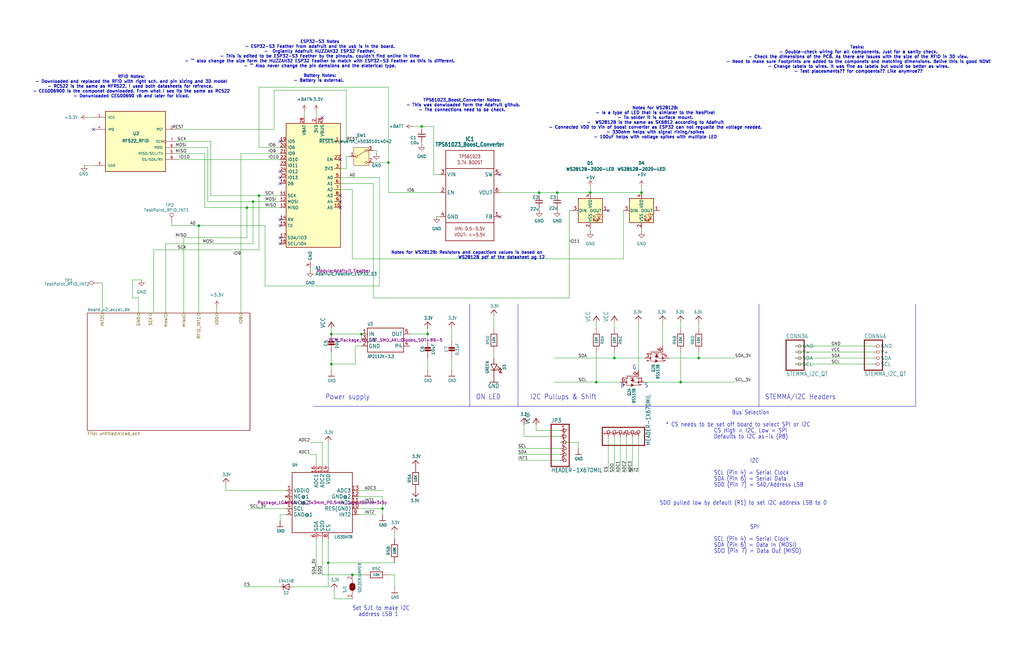
<source format=kicad_sch>
(kicad_sch (version 20250114) (generator "eeschema") (generator_version "9.0")
  (paper "B")
  (title_block (title "Illumi-not-i Bike Safety System") (date "2025-10-27") (rev "7") (company "Portland State University") (comment 1 "ECE411_Team 1_ A-Team"))
  (text "Tasks: \n- Double-check wiring for all components. Just for a sanity check.\n- Check the dimensions of the PCB. As there are issues with the size of the RFID in 3D view.\n- Need to make sure Footprints are added to the componets and matching dimensions. Belive this is good NOW!\n- Change labels to wires. It was fine as labels but would be better as wires.\n- Test placesments?? for compoents?? Like anymroe??\n\n\n" (at 361.95 27.178 0) (effects (font (size 1.27 1.27) (thickness 0.254) (bold yes))))
  (text "SDO (Pin 7) = Data Out (MISO)" (at 300.99 233.68 0) (effects (font (size 1.778 1.5113)) (justify left bottom)))
  (text "* CS needs to be set off board to select SPI or I2C" (at 280.67 180.34 0) (effects (font (size 1.778 1.5113)) (justify left bottom)))
  (text "Power supply" (at 137.16 168.91 0) (effects (font (size 2.1844 1.8567)) (justify left bottom)))
  (text "ON LED" (at 200.66 168.91 0) (effects (font (size 2.1844 1.8567)) (justify left bottom)))
  (text "STEMMA/I2C Headers" (at 322.58 168.91 0) (effects (font (size 2.1844 1.8567)) (justify left bottom)))
  (text "SDA (Pin 6) = Data In (MOSI)" (at 300.99 231.14 0) (effects (font (size 1.778 1.5113)) (justify left bottom)))
  (text "SCL (Pin 4) = Serial Clock" (at 300.99 228.6 0) (effects (font (size 1.778 1.5113)) (justify left bottom)))
  (text "address LSB 1" (at 151.13 260.35 0) (effects (font (size 1.778 1.5113)) (justify left bottom)))
  (text "S" (at 271.78 163.83 0) (effects (font (size 1.778 1.5113)) (justify left bottom)))
  (text "SPI" (at 316.23 223.52 0) (effects (font (size 1.778 1.5113)) (justify left bottom)))
  (text "SD0 (Pin 7) = SA0/Address LSB" (at 300.99 205.74 0) (effects (font (size 1.778 1.5113)) (justify left bottom)))
  (text "G" (at 266.7 156.21 0) (effects (font (size 1.778 1.5113)) (justify left bottom)))
  (text "ESP32-S3 Notes\n- ESP32-S3 Feather from adafruit and the usb is in the board.\n-  Orgianlly Adafruit HUZZAH32 ESP32 Feather.\n- This is edited to be ESP32-S3 Feather by the pinouts. couldn't find online in time\n- ^^ also change the size form the HUZZAH32 ESP32 Feather to match with ESP32-S3 Feather as this is different.\n- ^^ Also never change the pin demsions and the eleterical type.\n\nBattery Notes:\n- Battery is external. \n" (at 134.874 25.908 0) (effects (font (size 1.27 1.27) (thickness 0.254) (bold yes))))
  (text "SDO pulled low by default (R1) to set I2C address LSB to 0" (at 278.13 213.36 0) (effects (font (size 1.778 1.5113)) (justify left bottom)))
  (text "TPS61023_Boost_Converter Notes: \n- This was donwloaded form the Adafruit github.\n- The connections need to be check. " (at 195.326 44.45 0) (effects (font (size 1.27 1.27) (thickness 0.254) (bold yes))))
  (text "Notes for WS2812B:\n- Is a type of LED that is simialer to the NeoPixel\n- To solder it is surface mount.\n-  WS2812B is the same as SK6812 according to Adafruit\n- Connected VDD to Vin of boost converter as ESP32 can not regualte the votlage needed.\n- 330ohm helps with signal rining/spikes\n- 100uF helps with votlage spikes with multiple LED" (at 276.352 51.816 0) (effects (font (size 1.27 1.27) (thickness 0.254) (bold yes))))
  (text "Defaults to I2C as-is (R8)" (at 300.99 185.42 0) (effects (font (size 1.778 1.5113)) (justify left bottom)))
  (text "Set SJ1 to make I2C" (at 148.59 257.81 0) (effects (font (size 1.778 1.5113)) (justify left bottom)))
  (text "SDA (Pin 6) = Serial Data" (at 300.99 203.2 0) (effects (font (size 1.778 1.5113)) (justify left bottom)))
  (text "Bus Selection" (at 308.61 175.26 0) (effects (font (size 1.778 1.5113)) (justify left bottom)))
  (text "I2C Pullups & Shift" (at 223.52 168.91 0) (effects (font (size 2.1844 1.8567)) (justify left bottom)))
  (text "D" (at 261.62 163.83 0) (effects (font (size 1.778 1.5113)) (justify left bottom)))
  (text "SCL (Pin 4) = Serial Clock" (at 300.99 200.66 0) (effects (font (size 1.778 1.5113)) (justify left bottom)))
  (text "Notes for WS2812B: Resistors and capactiors values is based on \nWS2812B pdf of the datasheet pg 12" (at 229.87 107.696 0) (effects (font (size 1.27 1.27) (thickness 0.254) (bold yes)) (justify right)))
  (text "CS High = I2C, Low = SPI" (at 300.99 182.88 0) (effects (font (size 1.778 1.5113)) (justify left bottom)))
  (text "RFID Notes:\n- Downloaded and replaced the RFID with right sch. and pin sizing and 3D model\n- RC522 is the same as MFR522. I used both datasheets for refrence. \n- CEG006900 is the componet downloaded. From what I see its the same as RC522\n- Donwnloaded CEG00690 v6 and later for kicad." (at 55.372 36.576 0) (effects (font (size 1.27 1.27) (thickness 0.254) (bold yes))))
  (text "I2C" (at 316.23 195.58 0) (effects (font (size 1.778 1.5113)) (justify left bottom)))
  (junction (at 104.14 87.63))
  (junction (at 248.92 81.28))
  (junction (at 177.8 53.34))
  (junction (at 251.46 161.29))
  (junction (at 180.34 140.97))
  (junction (at 83.82 95.25))
  (junction (at 148.59 242.57))
  (junction (at 139.7 153.67))
  (junction (at 109.22 82.55))
  (junction (at 234.95 81.28))
  (junction (at 138.43 237.49))
  (junction (at 227.33 81.28))
  (junction (at 152.4 140.97))
  (junction (at 287.02 161.29))
  (junction (at 294.64 151.13))
  (junction (at 161.29 214.63))
  (junction (at 259.08 151.13))
  (junction (at 270.51 81.28))
  (junction (at 163.83 68.58))
  (junction (at 106.68 85.09))
  (junction (at 139.7 140.97))
  (no_connect (at 118.11 59.69))
  (no_connect (at 143.51 82.55))
  (no_connect (at 118.11 95.25))
  (no_connect (at 118.11 92.71))
  (no_connect (at 118.11 74.93))
  (no_connect (at 118.11 100.33))
  (no_connect (at 118.11 102.87))
  (no_connect (at 39.37 54.61))
  (no_connect (at 143.51 67.31))
  (no_connect (at 143.51 87.63))
  (no_connect (at 135.89 49.53))
  (no_connect (at 210.82 91.44))
  (no_connect (at 256.54 88.9))
  (no_connect (at 118.11 77.47))
  (no_connect (at 118.11 72.39))
  (no_connect (at 210.82 73.66))
  (no_connect (at 143.51 85.09))
  (polyline (pts (xy 320.04 171.45) (xy 386.08 171.45)) (stroke (width 0.1524) (type solid)))
  (wire (pts (xy 163.83 81.28) (xy 163.83 68.58)))
  (wire (pts (xy 69.85 102.87) (xy 69.85 132.08)))
  (wire (pts (xy 151.13 209.55) (xy 161.29 209.55)) (stroke (width 0.1524)))
  (wire (pts (xy 43.18 119.38) (xy 41.91 119.38)))
  (wire (pts (xy 64.77 105.41) (xy 64.77 132.08)))
  (wire (pts (xy 58.42 125.73) (xy 58.42 132.08)))
  (wire (pts (xy 152.4 143.51) (xy 152.4 140.97)) (stroke (width 0.1524)))
  (wire (pts (xy 120.65 217.17) (xy 118.11 217.17)) (stroke (width 0.1524)))
  (wire (pts (xy 262.89 109.22) (xy 148.59 109.22)))
  (wire (pts (xy 74.93 64.77) (xy 86.36 64.77)))
  (wire (pts (xy 143.51 252.73) (xy 148.59 252.73)) (stroke (width 0.1524)))
  (wire (pts (xy 148.59 242.57) (xy 153.67 242.57)) (stroke (width 0.1524)))
  (wire (pts (xy 95.25 207.01) (xy 95.25 204.47)) (stroke (width 0.1524)))
  (wire (pts (xy 160.02 120.65) (xy 160.02 74.93)))
  (wire (pts (xy 83.82 95.25) (xy 111.76 95.25)))
  (wire (pts (xy 55.88 125.73) (xy 58.42 125.73)))
  (wire (pts (xy 106.68 85.09) (xy 118.11 85.09)))
  (wire (pts (xy 177.8 53.34) (xy 182.88 53.34)))
  (wire (pts (xy 266.7 184.15) (xy 266.7 199.39)) (stroke (width 0.1524)))
  (wire (pts (xy 259.08 184.15) (xy 259.08 199.39)) (stroke (width 0.1524)))
  (wire (pts (xy 157.48 68.58) (xy 163.83 68.58)))
  (wire (pts (xy 177.8 53.34) (xy 177.8 54.61)))
  (wire (pts (xy 152.4 146.05) (xy 149.86 146.05)) (stroke (width 0.1524)))
  (wire (pts (xy 118.11 247.65) (xy 102.87 247.65)) (stroke (width 0.1524)))
  (wire (pts (xy 130.81 186.69) (xy 135.89 186.69)) (stroke (width 0.1524)))
  (wire (pts (xy 74.93 62.23) (xy 87.63 62.23)))
  (wire (pts (xy 101.6 64.77) (xy 118.11 64.77)))
  (wire (pts (xy 88.9 59.69) (xy 88.9 82.55)))
  (wire (pts (xy 139.7 153.67) (xy 139.7 156.21)) (stroke (width 0.1524)))
  (wire (pts (xy 151.13 207.01) (xy 161.29 207.01)) (stroke (width 0.1524)))
  (wire (pts (xy 236.22 191.77) (xy 218.44 191.77)) (stroke (width 0.1524)))
  (wire (pts (xy 163.83 68.58) (xy 163.83 36.83)))
  (wire (pts (xy 226.06 181.61) (xy 226.06 179.07)) (stroke (width 0.1524)))
  (polyline (pts (xy 218.44 128.27) (xy 218.44 171.45)) (stroke (width 0.1524) (type solid)))
  (wire (pts (xy 259.08 148.59) (xy 259.08 151.13)) (stroke (width 0.1524)))
  (wire (pts (xy 146.05 66.04) (xy 147.32 66.04)))
  (wire (pts (xy 64.77 132.08) (xy 63.5 132.08)))
  (wire (pts (xy 261.62 161.29) (xy 251.46 161.29)) (stroke (width 0.1524)))
  (polyline (pts (xy 320.04 128.27) (xy 320.04 171.45)) (stroke (width 0.1524) (type solid)))
  (wire (pts (xy 128.27 46.99) (xy 128.27 49.53)))
  (wire (pts (xy 256.54 199.39) (xy 256.54 184.15)) (stroke (width 0.1524)))
  (wire (pts (xy 148.59 80.01) (xy 143.51 80.01)))
  (wire (pts (xy 210.82 81.28) (xy 227.33 81.28)))
  (wire (pts (xy 172.72 140.97) (xy 180.34 140.97)) (stroke (width 0.1524)))
  (wire (pts (xy 133.35 191.77) (xy 130.81 191.77)) (stroke (width 0.1524)))
  (wire (pts (xy 243.84 186.69) (xy 243.84 189.23)) (stroke (width 0.1524)))
  (wire (pts (xy 109.22 62.23) (xy 118.11 62.23)))
  (wire (pts (xy 133.35 227.33) (xy 133.35 242.57)) (stroke (width 0.1524)))
  (wire (pts (xy 173.99 53.34) (xy 177.8 53.34)))
  (wire (pts (xy 83.82 132.08) (xy 83.82 95.25)))
  (wire (pts (xy 133.35 46.99) (xy 133.35 49.53)))
  (wire (pts (xy 72.39 93.98) (xy 72.39 95.25)))
  (wire (pts (xy 72.39 95.25) (xy 83.82 95.25)))
  (wire (pts (xy 140.97 248.92) (xy 140.97 252.73)))
  (wire (pts (xy 151.13 217.17) (xy 158.75 217.17)) (stroke (width 0.1524)))
  (wire (pts (xy 251.46 148.59) (xy 251.46 161.29)) (stroke (width 0.1524)))
  (wire (pts (xy 161.29 214.63) (xy 161.29 217.17)) (stroke (width 0.1524)))
  (wire (pts (xy 180.34 140.97) (xy 180.34 138.43)) (stroke (width 0.1524)))
  (wire (pts (xy 335.28 148.59) (xy 368.3 148.59)) (stroke (width 0.1524)))
  (wire (pts (xy 39.37 49.53) (xy 36.83 49.53)))
  (wire (pts (xy 123.19 247.65) (xy 138.43 247.65)) (stroke (width 0.1524)))
  (wire (pts (xy 220.98 184.15) (xy 220.98 179.07)) (stroke (width 0.1524)))
  (wire (pts (xy 138.43 237.49) (xy 138.43 227.33)) (stroke (width 0.1524)))
  (wire (pts (xy 111.76 95.25) (xy 111.76 120.65)))
  (wire (pts (xy 120.65 214.63) (xy 105.41 214.63)) (stroke (width 0.1524)))
  (wire (pts (xy 236.22 186.69) (xy 243.84 186.69)) (stroke (width 0.1524)))
  (wire (pts (xy 115.57 38.1) (xy 146.05 38.1)))
  (wire (pts (xy 118.11 217.17) (xy 118.11 219.71)) (stroke (width 0.1524)))
  (wire (pts (xy 138.43 196.85) (xy 138.43 186.69)) (stroke (width 0.1524)))
  (wire (pts (xy 227.33 87.63) (xy 227.33 88.9)))
  (wire (pts (xy 157.48 125.73) (xy 157.48 77.47)))
  (wire (pts (xy 261.62 184.15) (xy 261.62 199.39)) (stroke (width 0.1524)))
  (wire (pts (xy 109.22 82.55) (xy 118.11 82.55)))
  (wire (pts (xy 270.51 96.52) (xy 270.51 97.79)))
  (wire (pts (xy 140.97 252.73) (xy 143.51 252.73)))
  (wire (pts (xy 146.05 71.12) (xy 146.05 66.04)))
  (wire (pts (xy 74.93 54.61) (xy 115.57 54.61)))
  (polyline (pts (xy 386.08 128.27) (xy 386.08 171.45)) (stroke (width 0.1524) (type solid)))
  (wire (pts (xy 180.34 140.97) (xy 180.34 143.51)) (stroke (width 0.1524)))
  (wire (pts (xy 138.43 247.65) (xy 138.43 237.49)) (stroke (width 0.1524)))
  (polyline (pts (xy 218.44 171.45) (xy 320.04 171.45)) (stroke (width 0.1524) (type solid)))
  (wire (pts (xy 143.51 71.12) (xy 146.05 71.12)))
  (wire (pts (xy 143.51 59.69) (xy 146.05 59.69)))
  (polyline (pts (xy 198.12 171.45) (xy 218.44 171.45)) (stroke (width 0.1524) (type solid)))
  (wire (pts (xy 259.08 138.43) (xy 259.08 135.89)) (stroke (width 0.1524)))
  (wire (pts (xy 149.86 146.05) (xy 149.86 153.67)) (stroke (width 0.1524)))
  (wire (pts (xy 248.92 78.74) (xy 248.92 81.28)))
  (wire (pts (xy 43.18 119.38) (xy 43.18 132.08)))
  (wire (pts (xy 149.86 153.67) (xy 139.7 153.67)) (stroke (width 0.1524)))
  (wire (pts (xy 163.83 81.28) (xy 185.42 81.28)))
  (wire (pts (xy 270.51 78.74) (xy 270.51 81.28)))
  (wire (pts (xy 86.36 64.77) (xy 86.36 87.63)))
  (wire (pts (xy 39.37 69.85) (xy 35.56 69.85)))
  (wire (pts (xy 88.9 82.55) (xy 109.22 82.55)))
  (wire (pts (xy 143.51 74.93) (xy 160.02 74.93)))
  (wire (pts (xy 269.24 184.15) (xy 269.24 199.39)) (stroke (width 0.1524)))
  (wire (pts (xy 240.03 125.73) (xy 157.48 125.73)))
  (wire (pts (xy 234.95 81.28) (xy 234.95 82.55)))
  (wire (pts (xy 208.28 133.35) (xy 208.28 138.43)) (stroke (width 0.1524)))
  (wire (pts (xy 248.92 96.52) (xy 248.92 97.79)))
  (wire (pts (xy 104.14 100.33) (xy 104.14 87.63)))
  (wire (pts (xy 55.88 118.11) (xy 59.69 118.11)))
  (wire (pts (xy 166.37 237.49) (xy 138.43 237.49)) (stroke (width 0.1524)))
  (wire (pts (xy 69.85 102.87) (xy 106.68 102.87)))
  (wire (pts (xy 271.78 151.13) (xy 259.08 151.13)) (stroke (width 0.1524)))
  (wire (pts (xy 91.44 129.54) (xy 91.44 132.08)))
  (wire (pts (xy 139.7 138.43) (xy 139.7 140.97)) (stroke (width 0.1524)))
  (wire (pts (xy 208.28 151.13) (xy 208.28 148.59)) (stroke (width 0.1524)))
  (wire (pts (xy 74.93 59.69) (xy 88.9 59.69)))
  (wire (pts (xy 109.22 105.41) (xy 109.22 82.55)))
  (wire (pts (xy 151.13 214.63) (xy 161.29 214.63)) (stroke (width 0.1524)))
  (wire (pts (xy 177.8 59.69) (xy 177.8 60.96)))
  (wire (pts (xy 166.37 242.57) (xy 166.37 247.65)) (stroke (width 0.1524)))
  (wire (pts (xy 279.4 146.05) (xy 279.4 135.89)) (stroke (width 0.1524)))
  (wire (pts (xy 146.05 38.1) (xy 146.05 59.69)))
  (wire (pts (xy 184.15 91.44) (xy 185.42 91.44)))
  (wire (pts (xy 182.88 53.34) (xy 182.88 73.66)))
  (wire (pts (xy 148.59 109.22) (xy 148.59 80.01)))
  (wire (pts (xy 281.94 151.13) (xy 294.64 151.13)) (stroke (width 0.1524)))
  (wire (pts (xy 227.33 81.28) (xy 227.33 82.55)))
  (wire (pts (xy 106.68 85.09) (xy 106.68 102.87)))
  (wire (pts (xy 104.14 87.63) (xy 118.11 87.63)))
  (wire (pts (xy 294.64 138.43) (xy 294.64 135.89)) (stroke (width 0.1524)))
  (wire (pts (xy 180.34 151.13) (xy 180.34 156.21)) (stroke (width 0.1524)))
  (wire (pts (xy 111.76 120.65) (xy 160.02 120.65)))
  (wire (pts (xy 133.35 196.85) (xy 133.35 191.77)) (stroke (width 0.1524)))
  (wire (pts (xy 87.63 62.23) (xy 87.63 85.09)))
  (wire (pts (xy 161.29 209.55) (xy 161.29 214.63)) (stroke (width 0.1524)))
  (wire (pts (xy 190.5 151.13) (xy 190.5 156.21)) (stroke (width 0.1524)))
  (wire (pts (xy 234.95 81.28) (xy 248.92 81.28)))
  (wire (pts (xy 251.46 161.29) (xy 233.68 161.29)) (stroke (width 0.1524)))
  (wire (pts (xy 158.75 63.5) (xy 158.75 64.77)))
  (wire (pts (xy 287.02 161.29) (xy 309.88 161.29)) (stroke (width 0.1524)))
  (wire (pts (xy 86.36 87.63) (xy 104.14 87.63)))
  (wire (pts (xy 163.83 36.83) (xy 109.22 36.83)))
  (wire (pts (xy 120.65 207.01) (xy 95.25 207.01)) (stroke (width 0.1524)))
  (wire (pts (xy 151.13 212.09) (xy 158.75 212.09)) (stroke (width 0.1524)))
  (wire (pts (xy 236.22 194.31) (xy 218.44 194.31)) (stroke (width 0.1524)))
  (wire (pts (xy 157.48 63.5) (xy 158.75 63.5)))
  (wire (pts (xy 287.02 138.43) (xy 287.02 135.89)) (stroke (width 0.1524)))
  (wire (pts (xy 190.5 138.43) (xy 190.5 143.51)) (stroke (width 0.1524)))
  (wire (pts (xy 236.22 184.15) (xy 220.98 184.15)) (stroke (width 0.1524)))
  (wire (pts (xy 259.08 151.13) (xy 233.68 151.13)) (stroke (width 0.1524)))
  (wire (pts (xy 264.16 199.39) (xy 264.16 184.15)) (stroke (width 0.1524)))
  (wire (pts (xy 55.88 118.11) (xy 55.88 125.73)))
  (wire (pts (xy 294.64 148.59) (xy 294.64 151.13)) (stroke (width 0.1524)))
  (wire (pts (xy 287.02 148.59) (xy 287.02 161.29)) (stroke (width 0.1524)))
  (wire (pts (xy 157.48 77.47) (xy 143.51 77.47)))
  (wire (pts (xy 109.22 36.83) (xy 109.22 62.23)))
  (wire (pts (xy 368.3 146.05) (xy 335.28 146.05)) (stroke (width 0.1524)))
  (polyline (pts (xy 198.12 128.27) (xy 198.12 171.45)) (stroke (width 0.1524) (type solid)))
  (wire (pts (xy 271.78 161.29) (xy 287.02 161.29)) (stroke (width 0.1524)))
  (wire (pts (xy 240.03 88.9) (xy 241.3 88.9)))
  (wire (pts (xy 236.22 181.61) (xy 226.06 181.61)) (stroke (width 0.1524)))
  (wire (pts (xy 64.77 105.41) (xy 109.22 105.41)))
  (wire (pts (xy 236.22 189.23) (xy 218.44 189.23)) (stroke (width 0.1524)))
  (wire (pts (xy 135.89 227.33) (xy 135.89 242.57)) (stroke (width 0.1524)))
  (wire (pts (xy 87.63 85.09) (xy 106.68 85.09)))
  (wire (pts (xy 294.64 151.13) (xy 309.88 151.13)) (stroke (width 0.1524)))
  (wire (pts (xy 77.47 100.33) (xy 77.47 132.08)))
  (wire (pts (xy 240.03 88.9) (xy 240.03 125.73)))
  (wire (pts (xy 74.93 67.31) (xy 118.11 67.31)))
  (wire (pts (xy 101.6 64.77) (xy 101.6 132.08)))
  (wire (pts (xy 135.89 242.57) (xy 148.59 242.57)) (stroke (width 0.1524)))
  (wire (pts (xy 251.46 135.89) (xy 251.46 138.43)) (stroke (width 0.1524)))
  (wire (pts (xy 166.37 227.33) (xy 166.37 224.79)) (stroke (width 0.1524)))
  (wire (pts (xy 368.3 151.13) (xy 335.28 151.13)) (stroke (width 0.1524)))
  (wire (pts (xy 115.57 54.61) (xy 115.57 38.1)))
  (wire (pts (xy 139.7 153.67) (xy 139.7 148.59)) (stroke (width 0.1524)))
  (wire (pts (xy 77.47 100.33) (xy 104.14 100.33)))
  (wire (pts (xy 227.33 81.28) (xy 234.95 81.28)))
  (wire (pts (xy 152.4 140.97) (xy 139.7 140.97)) (stroke (width 0.1524)))
  (wire (pts (xy 130.81 113.03) (xy 130.81 114.3)))
  (wire (pts (xy 135.89 186.69) (xy 135.89 196.85)) (stroke (width 0.1524)))
  (wire (pts (xy 269.24 156.21) (xy 269.24 135.89)) (stroke (width 0.1524)))
  (wire (pts (xy 262.89 88.9) (xy 262.89 109.22)))
  (wire (pts (xy 163.83 242.57) (xy 166.37 242.57)) (stroke (width 0.1524)))
  (wire (pts (xy 234.95 87.63) (xy 234.95 88.9)))
  (polyline (pts (xy 132.08 171.45) (xy 198.12 171.45)) (stroke (width 0.1524) (type solid)))
  (wire (pts (xy 248.92 81.28) (xy 270.51 81.28)))
  (wire (pts (xy 335.28 153.67) (xy 368.3 153.67)) (stroke (width 0.1524)))
  (wire (pts (xy 185.42 73.66) (xy 182.88 73.66)))
  (label "GND" (at 350.52 146.05 0) (effects (font (size 1.2446 1.2446))))
  (label "INT1" (at 218.44 194.31 0) (effects (font (size 1.2446 1.2446))))
  (label "INT1" (at 153.67 212.09 0) (effects (font (size 1.2446 1.2446))))
  (label "SDA" (at 350.52 151.13 0) (effects (font (size 1.2446 1.2446))))
  (label "CS" (at 102.87 247.65 0) (effects (font (size 1.2446 1.2446))))
  (label "ADC1" (at 261.62 199.39 90) (effects (font (size 1.2446 1.2446))))
  (label "SCK" (at 78.74 59.69 180))
  (label "SDA_3V" (at 133.35 242.57 90) (effects (font (size 1.2446 1.2446))))
  (label "ADC3" (at 153.67 207.01 0) (effects (font (size 1.2446 1.2446))))
  (label "REST" (at 146.05 59.69 0))
  (label "INT2" (at 153.67 217.17 0) (effects (font (size 1.2446 1.2446))))
  (label "REST" (at 77.47 54.61 180))
  (label "IO9" (at 113.03 64.77 0))
  (label "A0" (at 147.32 74.93 0))
  (label "MISO" (at 78.74 64.77 180))
  (label "SCL" (at 218.44 189.23 0) (effects (font (size 1.2446 1.2446))))
  (label "SCL_3V" (at 105.41 214.63 0) (effects (font (size 1.2446 1.2446))))
  (label "MISO" (at 78.74 100.33 180))
  (label "MISO" (at 111.76 87.63 0))
  (label "MOSI" (at 111.76 85.09 0))
  (label "SDO" (at 259.08 199.39 90) (effects (font (size 1.2446 1.2446))))
  (label "IO9" (at 101.6 107.95 180))
  (label "ADC1" (at 130.81 191.77 180) (effects (font (size 1.2446 1.2446))))
  (label "SCL_3V" (at 309.88 161.29 0) (effects (font (size 1.2446 1.2446))))
  (label "MOSI" (at 78.74 62.23 180))
  (label "SCK" (at 111.76 82.55 0))
  (label "SDA_3V" (at 309.88 151.13 0) (effects (font (size 1.2446 1.2446))))
  (label "IO6" (at 171.45 81.28 0))
  (label "ADC2" (at 130.81 186.69 180) (effects (font (size 1.2446 1.2446))))
  (label "SDA" (at 218.44 191.77 0) (effects (font (size 1.2446 1.2446))))
  (label "ADC2" (at 264.16 199.39 90) (effects (font (size 1.2446 1.2446))))
  (label "IO10" (at 113.03 67.31 0))
  (label "IO6" (at 113.03 62.23 0))
  (label "SCL" (at 243.84 161.29 0) (effects (font (size 1.2446 1.2446))))
  (label "SCL" (at 350.52 153.67 0) (effects (font (size 1.2446 1.2446))))
  (label "IO10" (at 80.01 67.31 180))
  (label "VCC" (at 350.52 148.59 0) (effects (font (size 1.2446 1.2446))))
  (label "ADC3" (at 266.7 199.39 90) (effects (font (size 1.2446 1.2446))))
  (label "SDA" (at 243.84 151.13 0) (effects (font (size 1.2446 1.2446))))
  (label "SDO" (at 135.89 242.57 90) (effects (font (size 1.2446 1.2446))))
  (label "A0" (at 82.55 95.25 180))
  (label "SCK" (at 78.74 105.41 180))
  (label "MOSI" (at 90.17 102.87 180))
  (label "IO11" (at 240.03 102.87 0))
  (label "INT2" (at 269.24 199.39 180) (effects (font (size 1.2446 1.2446))))
  (label "CS" (at 256.54 199.39 90) (effects (font (size 1.2446 1.2446))))
  (hierarchical_label "miso" (shape input) (at 77.47 132.08 270))
  (hierarchical_label "VDD" (shape bidirectional) (at 91.44 132.08 270))
  (hierarchical_label "GND" (shape bidirectional) (at 58.42 132.08 270))
  (hierarchical_label "IO9" (shape bidirectional) (at 101.6 132.08 270))
  (hierarchical_label "SCK" (shape bidirectional) (at 63.5 132.08 270))
  (hierarchical_label "RFID_INT1" (shape bidirectional) (at 83.82 132.08 270))
  (hierarchical_label "INT2" (shape input) (at 43.18 132.08 270))
  (hierarchical_label "mosi" (shape input) (at 69.85 132.08 270))
  (symbol (lib_id "Adafruit LIS3DH-eagle-import:STEMMA_I2C_QT") (at 368.3 151.13 0) (unit 1)
    (property "Reference" "CONN4" (at 364.49 142.875 0) (effects (font (size 1.778 1.5113)) (justify left bottom)))
    (property "Value" "STEMMA_I2C_QT" (at 364.49 158.75 0) (effects (font (size 1.778 1.5113)) (justify left bottom)))
    (property "Footprint" "Adafruit LIS3DH:JST_SH4" (effects (hide yes)))
  )
  (symbol (lib_id "Adafruit LIS3DH-eagle-import:HEADER-1X670MIL") (at 238.76 189.23 0) (unit 1)
    (property "Reference" "JP3" (at 232.41 178.435 0) (effects (font (size 1.778 1.5113)) (justify left bottom)))
    (property "Value" "HEADER-1X670MIL" (at 232.41 199.39 0) (effects (font (size 1.778 1.5113)) (justify left bottom)))
    (property "Footprint" "Adafruit LIS3DH:1X06_ROUND_70" (effects (hide yes)))
  )
  (symbol (lib_id "Adafruit LIS3DH-eagle-import:HEADER-1X670MIL") (at 264.16 181.61 90) (unit 1)
    (property "Reference" "JP2" (effects (hide yes)))
    (property "Value" "HEADER-1X670MIL" (at 274.32 187.96 0) (effects (font (size 1.778 1.5113)) (justify left bottom)))
    (property "Footprint" "Adafruit LIS3DH:1X06_ROUND_70" (effects (hide yes)))
  )
  (symbol (lib_id "Adafruit LIS3DH-eagle-import:DIODESOD-323") (at 120.65 247.65 180) (unit 1)
    (property "Reference" "D2" (at 120.65 250.19 0) (effects (font (size 1.27 1.0795))))
    (property "Value" "1N4148" (at 120.65 245.15 0) (effects (font (size 1.27 1.0795))))
    (property "Footprint" "PCM_LED_THT_AKL:LED_D5.0mm_Horizontal_O6.35mm_Z15.0mm" (effects (hide yes)))
  )
  (symbol (lib_id "Adafruit LIS3DH-eagle-import:CAP_CERAMIC0805-NOOUTLINE") (at 180.34 148.59 0) (unit 1)
    (property "Reference" "C6" (at 178.05 147.34 90))
    (property "Value" "10uF" (at 182.64 147.34 90))
    (property "Footprint" "Capacitor_SMD:C_1206_3216Metric_Pad1.33x1.80mm_HandSolder" (effects (hide yes)))
  )
  (symbol (lib_id "power:+3.3V") (at 36.83 49.53 90) (mirror x) (unit 1)
    (property "Reference" "#PWR013" (effects (hide yes)))
    (property "Value" "+3.3V" (at 33.02 49.5299 90) (effects (justify left)))
    (property "Description" "Power symbol creates a global label with name \"+3.3V\"" (effects (hide yes)))
  )
  (symbol (lib_id "power:GND") (at 130.81 114.3 0) (unit 1)
    (property "Reference" "#PWR01" (effects (hide yes)))
    (property "Value" "GND" (at 130.81 119.38 0))
    (property "Description" "Power symbol creates a global label with name \"GND\" , ground" (effects (hide yes)))
  )
  (symbol (lib_id "Adafruit LIS3DH-eagle-import:GND") (at 243.84 191.77 0) (unit 1)
    (property "Reference" "#U$29" (effects (hide yes)))
    (property "Value" "GND" (at 242.316 194.31 0) (effects (font (size 1.27 1.0795)) (justify left bottom)))
  )
  (symbol (lib_id "Adafruit LIS3DH-eagle-import:GND") (at 190.5 158.75 0) (unit 1)
    (property "Reference" "#U$6" (effects (hide yes)))
    (property "Value" "GND" (at 188.976 161.29 0) (effects (font (size 1.27 1.0795)) (justify left bottom)))
  )
  (symbol (lib_id "Adafruit LIS3DH-eagle-import:GND") (at 180.34 158.75 0) (unit 1)
    (property "Reference" "#U$5" (effects (hide yes)))
    (property "Value" "GND" (at 178.816 161.29 0) (effects (font (size 1.27 1.0795)) (justify left bottom)))
  )
  (symbol (lib_id "power:+5V") (at 248.92 78.74 0) (unit 1)
    (property "Reference" "#PWR016" (effects (hide yes)))
    (property "Value" "+5V" (at 248.92 74.93 0))
    (property "Description" "Power symbol creates a global label with name \"+5V\"" (effects (hide yes)))
  )
  (symbol (lib_id "Adafruit LIS3DH-eagle-import:3.3V") (at 95.25 201.93 0) (unit 1)
    (property "Reference" "#U$11" (effects (hide yes)))
    (property "Value" "3.3V" (at 93.726 200.914 0) (effects (font (size 1.27 1.0795)) (justify left bottom)))
  )
  (symbol (lib_id "power:+5V") (at 270.51 78.74 0) (unit 1)
    (property "Reference" "#PWR07" (effects (hide yes)))
    (property "Value" "+5V" (at 270.51 73.66 0))
    (property "Description" "Power symbol creates a global label with name \"+5V\"" (effects (hide yes)))
  )
  (symbol (lib_id "MCU_Module:Adafruit_Feather_HUZZAH32_ESP32") (at 130.81 80.01 0) (unit 1)
    (property "Reference" "A1" (at 132.9533 113.03 0) (effects (justify left)))
    (property "Value" "Adafruit_Feather_ESP32_S3" (at 132.9533 115.57 0) (effects (justify left)))
    (property "Footprint" "Module:Adafruit_Feather" (at 133.35 114.3 0) (effects (justify left)))
    (property "Datasheet" "https://cdn-learn.adafruit.com/downloads/pdf/adafruit-esp32-s3-feather.pdf" (effects (hide yes)))
    (property "Description" "Microcontroller module with ESP32 MCU" (effects (hide yes)))
  )
  (symbol (lib_id "power:+BATT") (at 128.27 46.99 0) (unit 1)
    (property "Reference" "#PWR012" (effects (hide yes)))
    (property "Value" "+BATT" (at 128.27 41.91 0))
    (property "Description" "Power symbol creates a global label with name \"+BATT\"" (effects (hide yes)))
  )
  (symbol (lib_id "Connector:TestPoint") (at 41.91 119.38 90) (unit 1)
    (property "Reference" "TP1" (at 28.956 118.364 90))
    (property "Value" "TestPoint_RFID_INT2" (at 28.194 119.888 90))
    (property "Footprint" "TestPoint:TestPoint_THTPad_1.0x1.0mm_Drill0.5mm" (effects (hide yes)))
    (property "Description" "test point" (effects (hide yes)))
  )
  (symbol (lib_id "Adafruit LIS3DH-eagle-import:3.3V") (at 269.24 133.35 0) (mirror y) (unit 1)
    (property "Reference" "#U$26" (effects (hide yes)))
    (property "Value" "3.3V" (at 270.764 132.334 0) (effects (font (size 1.27 1.0795)) (justify left bottom)))
  )
  (symbol (lib_id "Adafruit LIS3DH-eagle-import:3.3V") (at 190.5 135.89 0) (unit 1)
    (property "Reference" "#U$14" (effects (hide yes)))
    (property "Value" "3.3V" (at 188.976 134.874 0) (effects (font (size 1.27 1.0795)) (justify left bottom)))
  )
  (symbol (lib_id "Adafruit LIS3DH-eagle-import:supply1_371_GND") (at 208.28 161.29 0) (unit 1)
    (property "Reference" "#GND6" (effects (hide yes)))
    (property "Value" "GND" (at 205.74 163.83 0) (effects (font (size 1.778 1.5113)) (justify left bottom)))
  )
  (symbol (lib_id "Adafruit LIS3DH-eagle-import:3.3V") (at 175.26 209.55 180) (unit 1)
    (property "Reference" "#U$10" (effects (hide yes)))
    (property "Value" "3.3V" (at 176.784 210.566 0) (effects (font (size 1.27 1.0795)) (justify left bottom)))
  )
  (symbol (lib_id "power:+3.3V") (at 91.44 129.54 0) (mirror y) (unit 1)
    (property "Reference" "#PWR014" (effects (hide yes)))
    (property "Value" "+3.3V" (at 91.44 124.46 0))
    (property "Description" "Power symbol creates a global label with name \"+3.3V\"" (effects (hide yes)))
  )
  (symbol (lib_id "LED:WS2812B-2020") (at 248.92 88.9 0) (unit 1)
    (property "Reference" "D1" (at 248.92 68.834 0) (effects (font (thickness 0.254) (bold yes))))
    (property "Value" "WS2812B-2020-LED" (at 248.92 71.374 0) (effects (font (thickness 0.254) (bold yes))))
    (property "Footprint" "Connector_PinHeader_2.54mm:PinHeader_1x03_P2.54mm_Vertical" (effects (hide yes)))
    (property "Datasheet" "https://cdn-shop.adafruit.com/product-files/4684/4684_WS2812B-2020_V1.3_EN.pdf" (effects (hide yes)))
    (property "Description" "RGB LED with integrated controller, 2.0 x 2.0 mm, 12 mA" (effects (hide yes)))
    (property "Cost Ea." "$3.00" (effects (hide yes)))
    (property "Cost Total" "$3.00" (effects (hide yes)))
    (property "MF" "Adafruit" (effects (hide yes)))
    (property "Part number" "2552" (effects (hide yes)))
  )
  (symbol (lib_id "Adafruit LIS3DH-eagle-import:3.3V") (at 220.98 176.53 0) (unit 1)
    (property "Reference" "#U$28" (effects (hide yes)))
    (property "Value" "3.3V" (at 219.456 175.514 0) (effects (font (size 1.27 1.0795)) (justify left bottom)))
  )
  (symbol (lib_id "Adafruit LIS3DH-eagle-import:3.3V") (at 287.02 133.35 0) (mirror y) (unit 1)
    (property "Reference" "#U$24" (effects (hide yes)))
    (property "Value" "3.3V" (at 288.544 132.334 0) (effects (font (size 1.27 1.0795)) (justify left bottom)))
  )
  (symbol (lib_id "Adafruit LIS3DH-eagle-import:SOLDERJUMPER") (at 148.59 247.65 90) (unit 1)
    (property "Reference" "SJ1" (at 146.05 250.19 0) (effects (font (size 1.27 1.0795)) (justify left bottom)))
    (property "Value" "SOLDERJUMPER" (at 152.4 250.19 0) (effects (font (size 1.27 1.0795)) (justify left bottom)))
    (property "Footprint" "Adafruit LIS3DH:SOLDERJUMPER_ARROW_NOPASTE" (effects (hide yes)))
  )
  (symbol (lib_id "power:GND") (at 270.51 97.79 0) (unit 1)
    (property "Reference" "#PWR015" (effects (hide yes)))
    (property "Value" "GND" (at 270.51 102.87 0))
    (property "Description" "Power symbol creates a global label with name \"GND\" , ground" (effects (hide yes)))
  )
  (symbol (lib_id "power:GND") (at 35.56 69.85 0) (mirror y) (unit 1)
    (property "Reference" "#PWR05" (effects (hide yes)))
    (property "Value" "GND" (at 35.306 73.406 0))
    (property "Description" "Power symbol creates a global label with name \"GND\" , ground" (effects (hide yes)))
  )
  (symbol (lib_id "Adafruit LIS3DH-eagle-import:RESISTOR_4PACK") (at 287.02 143.51 90) (mirror x) (unit 2)
    (property "Reference" "R6" (at 284.48 143.51 0))
    (property "Value" "10K" (at 287.02 143.51 0) (effects (font (size 1.016 1.016) (thickness 0.2032) (bold yes))))
    (property "Footprint" "Resistor_THT:R_Axial_DIN0207_L6.3mm_D2.5mm_P10.16mm_Horizontal" (effects (hide yes)))
  )
  (symbol (lib_id "power:GND") (at 59.69 118.11 0) (mirror y) (unit 1)
    (property "Reference" "#PWR04" (effects (hide yes)))
    (property "Value" "GND" (at 59.69 123.19 0))
    (property "Description" "Power symbol creates a global label with name \"GND\" , ground" (effects (hide yes)))
  )
  (symbol (lib_id "Adafruit LIS3DH-eagle-import:3.3V") (at 208.28 130.81 0) (unit 1)
    (property "Reference" "#U$3" (effects (hide yes)))
    (property "Value" "3.3V" (at 206.756 129.794 0) (effects (font (size 1.27 1.0795)) (justify left bottom)))
  )
  (symbol (lib_id "Adafruit LIS3DH-eagle-import:3.3V") (at 180.34 135.89 0) (unit 1)
    (property "Reference" "#U$15" (effects (hide yes)))
    (property "Value" "3.3V" (at 178.816 134.874 0) (effects (font (size 1.27 1.0795)) (justify left bottom)))
  )
  (symbol (lib_id "Adafruit LIS3DH-eagle-import:MOSFET-N_DUAL") (at 276.86 148.59 90) (mirror x) (unit 2)
    (property "Reference" "Q2" (at 276.225 153.67 0) (effects (font (size 1.27 1.0795)) (justify left bottom)))
    (property "Value" "BSS138" (at 278.13 153.67 0) (effects (font (size 1.27 1.0795)) (justify left bottom)))
    (property "Footprint" "Adafruit LIS3DH:SOT363" (effects (hide yes)))
  )
  (symbol (lib_id "Device:C_Small") (at 227.33 85.09 0) (unit 1)
    (property "Reference" "C2" (at 224.536 83.312 0) (effects (justify left)))
    (property "Value" "22u" (at 223.52 88.138 0) (effects (justify left)))
    (property "Footprint" "Capacitor_SMD:C_1206_3216Metric_Pad1.33x1.80mm_HandSolder" (effects (hide yes)))
    (property "Datasheet" "https://www.mouser.com/ProductDetail/KYOCERA-AVX/KGM31AR71A226MU?qs=9vOqFld9vZUITRVzMZfp1A%3D%3D" (effects (hide yes)))
    (property "Description" "Multilayer Ceramic Capacitors MLCC - SMD/SMT 10V 22uF X7R 1206 20 %" (effects (hide yes)))
    (property "Cost Ea." "$0.54" (effects (hide yes)))
    (property "Cost Total" "$1.08" (effects (hide yes)))
    (property "MF" "Mouser" (effects (hide yes)))
    (property "Part number" "581-KGM31AR71A226MU" (effects (hide yes)))
  )
  (symbol (lib_id "Adafruit LIS3DH-eagle-import:VCC") (at 259.08 133.35 0) (unit 1)
    (property "Reference" "#P+2" (effects (hide yes)))
    (property "Value" "VCC" (at 256.54 135.89 90) (effects (font (size 1.778 1.5113)) (justify left bottom)))
  )
  (symbol (lib_id "Adafruit LIS3DH-eagle-import:VCC") (at 226.06 176.53 0) (unit 1)
    (property "Reference" "#P+4" (effects (hide yes)))
    (property "Value" "VCC" (at 223.52 179.07 90) (effects (font (size 1.778 1.5113)) (justify left bottom)))
  )
  (symbol (lib_id "Adafruit LIS3DH-eagle-import:STEMMA_I2C_QT") (at 335.28 151.13 0) (unit 1)
    (property "Reference" "CONN3" (at 331.47 142.875 0) (effects (font (size 1.778 1.5113)) (justify left bottom)))
    (property "Value" "STEMMA_I2C_QT" (at 331.47 158.75 0) (effects (font (size 1.778 1.5113)) (justify left bottom)))
    (property "Footprint" "Adafruit LIS3DH:JST_SH4" (effects (hide yes)))
  )
  (symbol (lib_id "power:+3.3V") (at 133.35 46.99 0) (unit 1)
    (property "Reference" "#PWR03" (effects (hide yes)))
    (property "Value" "+3.3V" (at 133.35 41.91 0))
    (property "Description" "Power symbol creates a global label with name \"+3.3V\"" (effects (hide yes)))
  )
  (symbol (lib_id "Adafruit LIS3DH-eagle-import:3.3V") (at 175.26 194.31 0) (unit 1)
    (property "Reference" "#U$9" (effects (hide yes)))
    (property "Value" "3.3V" (at 173.736 193.294 0) (effects (font (size 1.27 1.0795)) (justify left bottom)))
  )
  (symbol (lib_id "Adafruit LIS3DH-eagle-import:CAP_CERAMIC0805-NOOUTLINE") (at 139.7 146.05 0) (unit 1)
    (property "Reference" "C5" (at 137.41 144.8 90))
    (property "Value" "10uF" (at 142 144.8 90))
    (property "Footprint" "Capacitor_SMD:C_1206_3216Metric_Pad1.33x1.80mm_HandSolder" (effects (hide yes)))
  )
  (symbol (lib_id "Switch:SW_Wuerth_450301014042") (at 152.4 66.04 0) (unit 1)
    (property "Reference" "SW1" (at 152.4 57.15 0))
    (property "Value" "SW_Wuerth_450301014042" (at 152.4 59.69 0))
    (property "Footprint" "Connector_PinHeader_2.54mm:PinHeader_1x03_P2.54mm_Vertical" (effects (hide yes)))
    (property "Datasheet" "https://www.we-online.com/components/products/datasheet/450301014042.pdf" (effects (hide yes)))
    (property "Description" "Switch slide, single pole double throw" (effects (hide yes)))
  )
  (symbol (lib_id "Adafruit LIS3DH-eagle-import:RESISTOR_4PACK") (at 208.28 143.51 90) (unit 4)
    (property "Reference" "R5" (at 205.74 143.51 0))
    (property "Value" "10K" (at 208.28 143.51 0) (effects (font (size 1.016 1.016) (thickness 0.2032) (bold yes))))
    (property "Footprint" "Resistor_THT:R_Axial_DIN0207_L6.3mm_D2.5mm_P10.16mm_Horizontal" (effects (hide yes)))
  )
  (symbol (lib_id "Adafruit LIS3DH-eagle-import:RESISTOR_4PACK") (at 166.37 232.41 90) (unit 2)
    (property "Reference" "R5" (at 163.83 232.41 0))
    (property "Value" "10K" (at 166.37 232.41 0) (effects (font (size 1.016 1.016) (thickness 0.2032) (bold yes))))
    (property "Footprint" "Resistor_THT:R_Axial_DIN0207_L6.3mm_D2.5mm_P10.16mm_Horizontal" (effects (hide yes)))
  )
  (symbol (lib_id "Adafruit LIS3DH-eagle-import:3.3V") (at 140.97 246.38 0) (unit 1)
    (property "Reference" "#U$22" (effects (hide yes)))
    (property "Value" "3.3V" (at 139.446 245.364 0) (effects (font (size 1.27 1.0795)) (justify left bottom)))
  )
  (symbol (lib_id "Adafruit LIS3DH-eagle-import:RESISTOR_4PACK") (at 158.75 242.57 0) (unit 3)
    (property "Reference" "R5" (at 158.75 240.03 0))
    (property "Value" "10K" (at 158.75 242.57 0) (effects (font (size 1.016 1.016) (thickness 0.2032) (bold yes))))
    (property "Footprint" "Resistor_THT:R_Axial_DIN0207_L6.3mm_D2.5mm_P10.16mm_Horizontal" (effects (hide yes)))
  )
  (symbol (lib_id "Connector:TestPoint") (at 72.39 93.98 0) (mirror y) (unit 1)
    (property "Reference" "TP2" (at 73.406 86.614 0) (effects (justify left)))
    (property "Value" "TestPoint_RFID_INT1" (at 79.756 88.646 0) (effects (justify left)))
    (property "Footprint" "TestPoint:TestPoint_THTPad_1.0x1.0mm_Drill0.5mm" (effects (hide yes)))
    (property "Description" "test point" (effects (hide yes)))
  )
  (symbol (lib_id "Adafruit LIS3DH-eagle-import:GND") (at 166.37 250.19 0) (unit 1)
    (property "Reference" "#U$27" (effects (hide yes)))
    (property "Value" "GND" (at 164.846 252.73 0) (effects (font (size 1.27 1.0795)) (justify left bottom)))
  )
  (symbol (lib_id "Adafruit LIS3DH-eagle-import:RESISTOR_4PACK") (at 259.08 143.51 270) (unit 3)
    (property "Reference" "R6" (at 261.62 143.51 0))
    (property "Value" "10K" (at 259.08 143.51 0) (effects (font (size 1.016 1.016) (thickness 0.2032) (bold yes))))
    (property "Footprint" "Resistor_THT:R_Axial_DIN0207_L6.3mm_D2.5mm_P10.16mm_Horizontal" (effects (hide yes)))
  )
  (symbol (lib_id "Adafruit LIS3DH-eagle-import:LED0603_NOOUTLINE") (at 208.28 156.21 270) (unit 1)
    (property "Reference" "D3" (at 212.725 154.94 0) (effects (font (size 1.27 1.0795))))
    (property "Value" "GREEN" (at 205.486 154.94 0) (effects (font (size 1.27 1.0795))))
    (property "Footprint" "PCM_LED_THT_AKL:LED_D5.0mm_Horizontal_O6.35mm_Z15.0mm" (effects (hide yes)))
  )
  (symbol (lib_id "Adafruit LIS3DH-eagle-import:ACCEL_LIS3DHTR") (at 135.89 212.09 0) (unit 1)
    (property "Reference" "U4" (at 123.19 196.85 0) (effects (font (size 1.27 1.0795)) (justify left bottom)))
    (property "Value" "LIS3DHTR" (at 140.97 227.33 0) (effects (font (size 1.27 1.0795)) (justify left bottom)))
    (property "Footprint" "Package_LGA:LGA-16_3x3mm_P0.5mm_LayoutBorder3x5y" (at 135.89 212.09 0))
  )
  (symbol (lib_id "LED:WS2812B-2020") (at 270.51 88.9 0) (unit 1)
    (property "Reference" "D4" (at 270.51 68.834 0) (effects (font (thickness 0.254) (bold yes))))
    (property "Value" "WS2812B-2020-LED" (at 270.51 71.374 0) (effects (font (thickness 0.254) (bold yes))))
    (property "Footprint" "Connector_PinHeader_2.54mm:PinHeader_1x03_P2.54mm_Vertical" (effects (hide yes)))
    (property "Datasheet" "https://cdn-shop.adafruit.com/product-files/4684/4684_WS2812B-2020_V1.3_EN.pdf" (effects (hide yes)))
    (property "Description" "RGB LED with integrated controller, 2.0 x 2.0 mm, 12 mA" (effects (hide yes)))
    (property "Cost Ea." "$3.00" (effects (hide yes)))
    (property "Cost Total" "$3.00" (effects (hide yes)))
    (property "MF" "Adafruit" (effects (hide yes)))
    (property "Part number" "2552" (effects (hide yes)))
  )
  (symbol (lib_id "Device:C_Small") (at 234.95 85.09 0) (unit 1)
    (property "Reference" "C3" (at 231.902 83.312 0) (effects (justify left)))
    (property "Value" "22u" (at 231.394 87.884 0) (effects (justify left)))
    (property "Footprint" "Capacitor_SMD:C_1206_3216Metric_Pad1.33x1.80mm_HandSolder" (effects (hide yes)))
    (property "Datasheet" "https://www.mouser.com/ProductDetail/KYOCERA-AVX/KGM31AR71A226MU?qs=9vOqFld9vZUITRVzMZfp1A%3D%3D" (effects (hide yes)))
    (property "Description" "Multilayer Ceramic Capacitors MLCC - SMD/SMT 10V 22uF X7R 1206 20 %" (effects (hide yes)))
    (property "Cost Ea." "$0.54" (effects (hide yes)))
    (property "Cost Total" "$1.08" (effects (hide yes)))
    (property "MF" "Mouser" (effects (hide yes)))
    (property "Part number" "581-KGM31AR71A226MU" (effects (hide yes)))
  )
  (symbol (lib_id "power:GND") (at 184.15 91.44 0) (unit 1)
    (property "Reference" "#PWR06" (effects (hide yes)))
    (property "Value" "GND" (at 184.15 96.52 0))
    (property "Description" "Power symbol creates a global label with name \"GND\" , ground" (effects (hide yes)))
  )
  (symbol (lib_id "Adafruit LIS3DH-eagle-import:RESISTOR_4PACK") (at 175.26 201.93 90) (unit 1)
    (property "Reference" "R5" (at 172.72 201.93 0))
    (property "Value" "10K" (at 175.26 201.93 0) (effects (font (size 1.016 1.016) (thickness 0.2032) (bold yes))))
    (property "Footprint" "Resistor_THT:R_Axial_DIN0207_L6.3mm_D2.5mm_P10.16mm_Horizontal" (effects (hide yes)))
  )
  (symbol (lib_id "Adafruit LIS3DH-eagle-import:GND") (at 139.7 158.75 0) (unit 1)
    (property "Reference" "#U$13" (effects (hide yes)))
    (property "Value" "GND" (at 138.176 161.29 0) (effects (font (size 1.27 1.0795)) (justify left bottom)))
  )
  (symbol (lib_id "power:GND") (at 234.95 88.9 0) (unit 1)
    (property "Reference" "#PWR010" (effects (hide yes)))
    (property "Value" "GND" (at 234.95 93.218 0))
    (property "Description" "Power symbol creates a global label with name \"GND\" , ground" (effects (hide yes)))
  )
  (symbol (lib_id "Adafruit LIS3DH-eagle-import:VREG_SOT23-5") (at 162.56 143.51 0) (unit 1)
    (property "Reference" "U3" (at 154.94 137.414 0) (effects (font (size 1.27 1.0795)) (justify left bottom)))
    (property "Value" "AP2112K-3.3" (at 154.94 151.13 0) (effects (font (size 1.27 1.0795)) (justify left bottom)))
    (property "Footprint" "PCM_Package_TO_SOT_SMD_AKL:Diodes_SOT-89-5" (at 162.56 143.51 0))
  )
  (symbol (lib_id "Adafruit LIS3DH-eagle-import:GND") (at 161.29 219.71 0) (unit 1)
    (property "Reference" "#U$4" (effects (hide yes)))
    (property "Value" "GND" (at 159.766 222.25 0) (effects (font (size 1.27 1.0795)) (justify left bottom)))
  )
  (symbol (lib_id "Device:C_Small") (at 177.8 57.15 0) (unit 1)
    (property "Reference" "C1" (at 172.974 58.166 0) (effects (justify left)))
    (property "Value" "10u" (at 172.974 60.198 0) (effects (justify left)))
    (property "Footprint" "Capacitor_SMD:C_1206_3216Metric_Pad1.33x1.80mm_HandSolder" (effects (hide yes)))
    (property "Datasheet" "https://www.digikey.com/en/products/detail/kemet/C1206X106J3RACTU/7427565" (effects (hide yes)))
    (property "Description" "10 µF ±5% 25V Ceramic Capacitor X7R 1206 (3216 Metric)" (effects (hide yes)))
    (property "Cost Ea." "$1.39" (effects (hide yes)))
    (property "Cost Total" "$1.39" (effects (hide yes)))
    (property "MF" "Digikey" (effects (hide yes)))
    (property "Part number" "399-15735-2-ND" (effects (hide yes)))
  )
  (symbol (lib_id "Adafruit LIS3DH-eagle-import:3.3V") (at 166.37 222.25 0) (unit 1)
    (property "Reference" "#U$20" (effects (hide yes)))
    (property "Value" "3.3V" (at 164.846 221.234 0) (effects (font (size 1.27 1.0795)) (justify left bottom)))
  )
  (symbol (lib_id "Adafruit LIS3DH-eagle-import:VCC") (at 139.7 135.89 0) (unit 1)
    (property "Reference" "#P+3" (effects (hide yes)))
    (property "Value" "VCC" (at 137.16 138.43 90) (effects (font (size 1.778 1.5113)) (justify left bottom)))
  )
  (symbol (lib_id "Adafruit LIS3DH-eagle-import:3.3V") (at 294.64 133.35 0) (mirror y) (unit 1)
    (property "Reference" "#U$7" (effects (hide yes)))
    (property "Value" "3.3V" (at 296.164 132.334 0) (effects (font (size 1.27 1.0795)) (justify left bottom)))
  )
  (symbol (lib_id "Adafruit LIS3DH-eagle-import:3.3V") (at 138.43 184.15 0) (unit 1)
    (property "Reference" "#U$8" (effects (hide yes)))
    (property "Value" "3.3V" (at 136.906 183.134 0) (effects (font (size 1.27 1.0795)) (justify left bottom)))
  )
  (symbol (lib_id "Adafruit LIS3DH-eagle-import:MOSFET-N_DUAL") (at 266.7 158.75 90) (mirror x) (unit 1)
    (property "Reference" "Q2" (at 266.065 163.83 0) (effects (font (size 1.27 1.0795)) (justify left bottom)))
    (property "Value" "BSS138" (at 267.97 163.83 0) (effects (font (size 1.27 1.0795)) (justify left bottom)))
    (property "Footprint" "Adafruit LIS3DH:SOT363" (effects (hide yes)))
  )
  (symbol (lib_id "Adafruit TPS61023-eagle-import:TPS61023") (at 198.12 83.82 0) (unit 1)
    (property "Reference" "IC1" (at 198.12 58.674 0) (effects (font (size 1.6764 1.4249) (thickness 0.285) (bold yes))))
    (property "Value" "TPS61023_Boost_Converter" (at 198.12 60.96 0) (effects (font (size 1.6764 1.4249) (thickness 0.285) (bold yes))))
    (property "Footprint" "Connector_PinHeader_2.54mm:PinHeader_1x04_P2.54mm_Vertical" (effects (hide yes)))
    (property "Datasheet" "https://www.ti.com/lit/ds/symlink/tps61023.pdf?ts=1762877887843&ref_url=https%253A%252F%252Fwww.ti.com%252Fproduct%252FTPS61023" (effects (hide yes)))
    (property "Description" "mini-booster! Input 2-5VDC on one side," (effects (hide yes)))
    (property "Cost Ea." "$3.95" (effects (hide yes)))
    (property "Cost Total" "$3.95" (effects (hide yes)))
    (property "MF" "Adafruit" (effects (hide yes)))
    (property "Part number" "4654" (effects (hide yes)))
  )
  (symbol (lib_id "Adafruit LIS3DH-eagle-import:VCC") (at 251.46 133.35 0) (unit 1)
    (property "Reference" "#P+1" (effects (hide yes)))
    (property "Value" "VCC" (at 248.92 135.89 90) (effects (font (size 1.778 1.5113)) (justify left bottom)))
  )
  (symbol (lib_id "Adafruit LIS3DH-eagle-import:GND") (at 118.11 222.25 0) (unit 1)
    (property "Reference" "#U$2" (effects (hide yes)))
    (property "Value" "GND" (at 116.586 224.79 0) (effects (font (size 1.27 1.0795)) (justify left bottom)))
  )
  (symbol (lib_id "power:+BATT") (at 173.99 53.34 90) (unit 1)
    (property "Reference" "#PWR011" (effects (hide yes)))
    (property "Value" "+BATT" (at 170.18 53.3399 90) (effects (justify left)))
    (property "Description" "Power symbol creates a global label with name \"+BATT\"" (effects (hide yes)))
  )
  (symbol (lib_id "Adafruit LIS3DH-eagle-import:RESISTOR_4PACK") (at 251.46 143.51 270) (unit 1)
    (property "Reference" "R6" (at 254 143.51 0))
    (property "Value" "10K" (at 251.46 143.51 0) (effects (font (size 1.016 1.016) (thickness 0.2032) (bold yes))))
    (property "Footprint" "Resistor_THT:R_Axial_DIN0207_L6.3mm_D2.5mm_P10.16mm_Horizontal" (effects (hide yes)))
  )
  (symbol (lib_id "power:GND") (at 177.8 60.96 0) (unit 1)
    (property "Reference" "#PWR02" (effects (hide yes)))
    (property "Value" "GND" (at 177.8 66.04 0))
    (property "Description" "Power symbol creates a global label with name \"GND\" , ground" (effects (hide yes)))
  )
  (symbol (lib_id "power:GND") (at 227.33 88.9 0) (unit 1)
    (property "Reference" "#PWR08" (effects (hide yes)))
    (property "Value" "GND" (at 227.33 93.218 0))
    (property "Description" "Power symbol creates a global label with name \"GND\" , ground" (effects (hide yes)))
  )
  (symbol (lib_id "Adafruit LIS3DH-eagle-import:3.3V") (at 279.4 133.35 0) (mirror y) (unit 1)
    (property "Reference" "#U$23" (effects (hide yes)))
    (property "Value" "3.3V" (at 280.924 132.334 0) (effects (font (size 1.27 1.0795)) (justify left bottom)))
  )
  (symbol (lib_id "Adafruit LIS3DH-eagle-import:CAP_CERAMIC0603_NO") (at 190.5 148.59 0) (unit 1)
    (property "Reference" "C7" (at 188.21 147.34 90))
    (property "Value" "0.1uF" (at 192.8 147.34 90))
    (property "Footprint" "Capacitor_SMD:C_1206_3216Metric_Pad1.33x1.80mm_HandSolder" (effects (hide yes)))
  )
  (symbol (lib_id "Adafruit LIS3DH-eagle-import:RESISTOR_4PACK") (at 294.64 143.51 90) (mirror x) (unit 4)
    (property "Reference" "R6" (at 292.1 143.51 0))
    (property "Value" "10K" (at 294.64 143.51 0) (effects (font (size 1.016 1.016) (thickness 0.2032) (bold yes))))
    (property "Footprint" "Resistor_THT:R_Axial_DIN0207_L6.3mm_D2.5mm_P10.16mm_Horizontal" (effects (hide yes)))
  )
  (symbol (lib_id "power:GND") (at 248.92 97.79 0) (unit 1)
    (property "Reference" "#PWR09" (effects (hide yes)))
    (property "Value" "GND" (at 248.92 102.87 0))
    (property "Description" "Power symbol creates a global label with name \"GND\" , ground" (effects (hide yes)))
  )
  (symbol (lib_id "power:GND") (at 158.75 64.77 0) (unit 1)
    (property "Reference" "#PWR017" (effects (hide yes)))
    (property "Value" "GND" (at 158.75 69.85 0))
    (property "Description" "Power symbol creates a global label with name \"GND\" , ground" (effects (hide yes)))
  )
  (symbol (lib_name "CEG006900_1") (lib_id "CEG006900:CEG006900") (at 57.15 59.69 0) (mirror y) (unit 1)
    (property "Reference" "U2" (at 57.404 56.388 0) (effects (font (thickness 0.254) (bold yes))))
    (property "Value" "RF522_RFID" (at 57.15 59.436 0) (effects (font (thickness 0.254) (bold yes))))
    (property "Footprint" "CEG006900:MODULE_CEG006900" (effects (hide yes)))
    (property "Datasheet" "kicad-embed://MFRC522_datasheet_digikey.pdf" (effects (hide yes)))
    (property "Description" "RFID RC522 Reader IC Card Module Tags SPI Interface Read and Write" (effects (hide yes)))
    (property "MF" "YKS" (effects (hide yes)))
    (property "Description_1" "RFID RC522 Reader IC Card Module Tags SPI Interface Read and Write" (effects (hide yes)))
    (property "Package" "None" (effects (hide yes)))
    (property "Price" "None" (effects (hide yes)))
    (property "Check_prices" "https://www.snapeda.com/parts/CEG006900/YKS/view-part/?ref=eda" (effects (hide yes)))
    (property "STANDARD" "IPC 7351B" (effects (hide yes)))
    (property "PARTREV" "12 June 2019" (effects (hide yes)))
    (property "SnapEDA_Link" "https://www.snapeda.com/parts/CEG006900/YKS/view-part/?ref=snap" (effects (hide yes)))
    (property "MP" "CEG006900" (effects (hide yes)))
    (property "Availability" "Not in stock" (effects (hide yes)))
    (property "MANUFACTURER" "YKS" (effects (hide yes)))
  )
  (sheet (at 36.83 132.08) (size 68.58 49.53) (stroke (width 0.1524))
    (property "Sheetname" "board_v2_accel_bb" (at 36.83 131.3684 0) (effects (justify left bottom)))
    (property "Sheetfile" "untitled.kicad_sch" (at 36.83 182.1946 0) (effects (justify left top)))
  )
)
</source>
